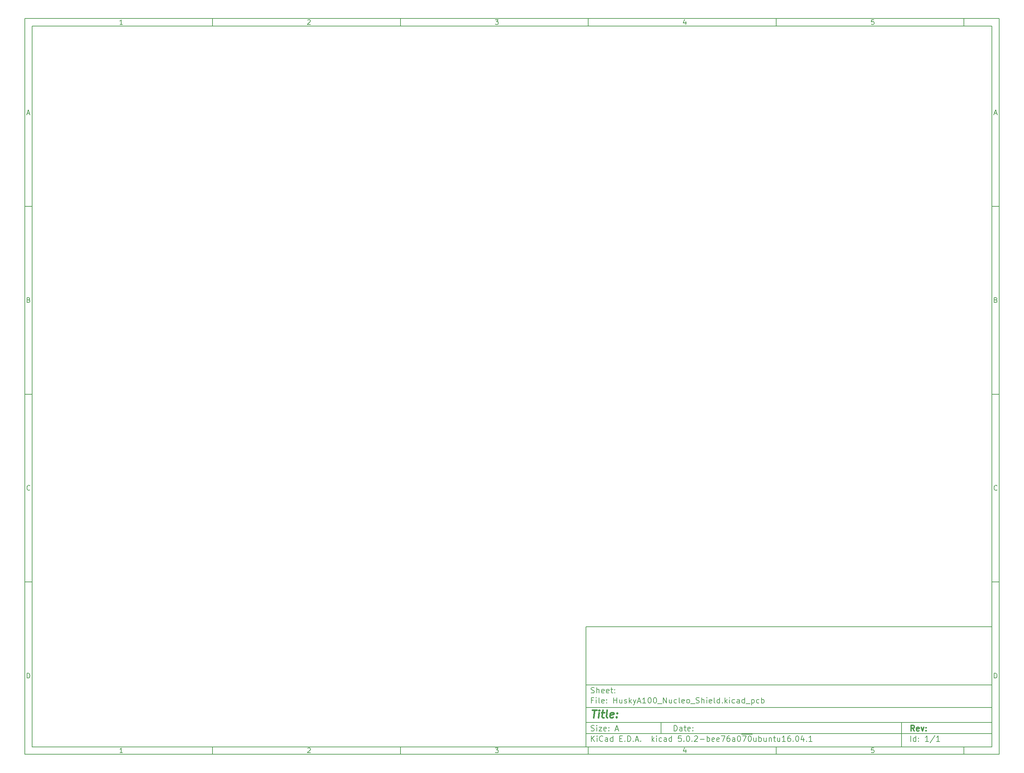
<source format=gbr>
G04 #@! TF.GenerationSoftware,KiCad,Pcbnew,5.0.2-bee76a0~70~ubuntu16.04.1*
G04 #@! TF.CreationDate,2019-02-15T18:52:28-05:00*
G04 #@! TF.ProjectId,HuskyA100_Nucleo_Shield,4875736b-7941-4313-9030-5f4e75636c65,rev?*
G04 #@! TF.SameCoordinates,Original*
G04 #@! TF.FileFunction,Paste,Bot*
G04 #@! TF.FilePolarity,Positive*
%FSLAX46Y46*%
G04 Gerber Fmt 4.6, Leading zero omitted, Abs format (unit mm)*
G04 Created by KiCad (PCBNEW 5.0.2-bee76a0~70~ubuntu16.04.1) date Fri 15 Feb 2019 06:52:28 PM EST*
%MOMM*%
%LPD*%
G01*
G04 APERTURE LIST*
%ADD10C,0.100000*%
%ADD11C,0.150000*%
%ADD12C,0.300000*%
%ADD13C,0.400000*%
G04 APERTURE END LIST*
D10*
D11*
X159400000Y-171900000D02*
X159400000Y-203900000D01*
X267400000Y-203900000D01*
X267400000Y-171900000D01*
X159400000Y-171900000D01*
D10*
D11*
X10000000Y-10000000D02*
X10000000Y-205900000D01*
X269400000Y-205900000D01*
X269400000Y-10000000D01*
X10000000Y-10000000D01*
D10*
D11*
X12000000Y-12000000D02*
X12000000Y-203900000D01*
X267400000Y-203900000D01*
X267400000Y-12000000D01*
X12000000Y-12000000D01*
D10*
D11*
X60000000Y-12000000D02*
X60000000Y-10000000D01*
D10*
D11*
X110000000Y-12000000D02*
X110000000Y-10000000D01*
D10*
D11*
X160000000Y-12000000D02*
X160000000Y-10000000D01*
D10*
D11*
X210000000Y-12000000D02*
X210000000Y-10000000D01*
D10*
D11*
X260000000Y-12000000D02*
X260000000Y-10000000D01*
D10*
D11*
X36065476Y-11588095D02*
X35322619Y-11588095D01*
X35694047Y-11588095D02*
X35694047Y-10288095D01*
X35570238Y-10473809D01*
X35446428Y-10597619D01*
X35322619Y-10659523D01*
D10*
D11*
X85322619Y-10411904D02*
X85384523Y-10350000D01*
X85508333Y-10288095D01*
X85817857Y-10288095D01*
X85941666Y-10350000D01*
X86003571Y-10411904D01*
X86065476Y-10535714D01*
X86065476Y-10659523D01*
X86003571Y-10845238D01*
X85260714Y-11588095D01*
X86065476Y-11588095D01*
D10*
D11*
X135260714Y-10288095D02*
X136065476Y-10288095D01*
X135632142Y-10783333D01*
X135817857Y-10783333D01*
X135941666Y-10845238D01*
X136003571Y-10907142D01*
X136065476Y-11030952D01*
X136065476Y-11340476D01*
X136003571Y-11464285D01*
X135941666Y-11526190D01*
X135817857Y-11588095D01*
X135446428Y-11588095D01*
X135322619Y-11526190D01*
X135260714Y-11464285D01*
D10*
D11*
X185941666Y-10721428D02*
X185941666Y-11588095D01*
X185632142Y-10226190D02*
X185322619Y-11154761D01*
X186127380Y-11154761D01*
D10*
D11*
X236003571Y-10288095D02*
X235384523Y-10288095D01*
X235322619Y-10907142D01*
X235384523Y-10845238D01*
X235508333Y-10783333D01*
X235817857Y-10783333D01*
X235941666Y-10845238D01*
X236003571Y-10907142D01*
X236065476Y-11030952D01*
X236065476Y-11340476D01*
X236003571Y-11464285D01*
X235941666Y-11526190D01*
X235817857Y-11588095D01*
X235508333Y-11588095D01*
X235384523Y-11526190D01*
X235322619Y-11464285D01*
D10*
D11*
X60000000Y-203900000D02*
X60000000Y-205900000D01*
D10*
D11*
X110000000Y-203900000D02*
X110000000Y-205900000D01*
D10*
D11*
X160000000Y-203900000D02*
X160000000Y-205900000D01*
D10*
D11*
X210000000Y-203900000D02*
X210000000Y-205900000D01*
D10*
D11*
X260000000Y-203900000D02*
X260000000Y-205900000D01*
D10*
D11*
X36065476Y-205488095D02*
X35322619Y-205488095D01*
X35694047Y-205488095D02*
X35694047Y-204188095D01*
X35570238Y-204373809D01*
X35446428Y-204497619D01*
X35322619Y-204559523D01*
D10*
D11*
X85322619Y-204311904D02*
X85384523Y-204250000D01*
X85508333Y-204188095D01*
X85817857Y-204188095D01*
X85941666Y-204250000D01*
X86003571Y-204311904D01*
X86065476Y-204435714D01*
X86065476Y-204559523D01*
X86003571Y-204745238D01*
X85260714Y-205488095D01*
X86065476Y-205488095D01*
D10*
D11*
X135260714Y-204188095D02*
X136065476Y-204188095D01*
X135632142Y-204683333D01*
X135817857Y-204683333D01*
X135941666Y-204745238D01*
X136003571Y-204807142D01*
X136065476Y-204930952D01*
X136065476Y-205240476D01*
X136003571Y-205364285D01*
X135941666Y-205426190D01*
X135817857Y-205488095D01*
X135446428Y-205488095D01*
X135322619Y-205426190D01*
X135260714Y-205364285D01*
D10*
D11*
X185941666Y-204621428D02*
X185941666Y-205488095D01*
X185632142Y-204126190D02*
X185322619Y-205054761D01*
X186127380Y-205054761D01*
D10*
D11*
X236003571Y-204188095D02*
X235384523Y-204188095D01*
X235322619Y-204807142D01*
X235384523Y-204745238D01*
X235508333Y-204683333D01*
X235817857Y-204683333D01*
X235941666Y-204745238D01*
X236003571Y-204807142D01*
X236065476Y-204930952D01*
X236065476Y-205240476D01*
X236003571Y-205364285D01*
X235941666Y-205426190D01*
X235817857Y-205488095D01*
X235508333Y-205488095D01*
X235384523Y-205426190D01*
X235322619Y-205364285D01*
D10*
D11*
X10000000Y-60000000D02*
X12000000Y-60000000D01*
D10*
D11*
X10000000Y-110000000D02*
X12000000Y-110000000D01*
D10*
D11*
X10000000Y-160000000D02*
X12000000Y-160000000D01*
D10*
D11*
X10690476Y-35216666D02*
X11309523Y-35216666D01*
X10566666Y-35588095D02*
X11000000Y-34288095D01*
X11433333Y-35588095D01*
D10*
D11*
X11092857Y-84907142D02*
X11278571Y-84969047D01*
X11340476Y-85030952D01*
X11402380Y-85154761D01*
X11402380Y-85340476D01*
X11340476Y-85464285D01*
X11278571Y-85526190D01*
X11154761Y-85588095D01*
X10659523Y-85588095D01*
X10659523Y-84288095D01*
X11092857Y-84288095D01*
X11216666Y-84350000D01*
X11278571Y-84411904D01*
X11340476Y-84535714D01*
X11340476Y-84659523D01*
X11278571Y-84783333D01*
X11216666Y-84845238D01*
X11092857Y-84907142D01*
X10659523Y-84907142D01*
D10*
D11*
X11402380Y-135464285D02*
X11340476Y-135526190D01*
X11154761Y-135588095D01*
X11030952Y-135588095D01*
X10845238Y-135526190D01*
X10721428Y-135402380D01*
X10659523Y-135278571D01*
X10597619Y-135030952D01*
X10597619Y-134845238D01*
X10659523Y-134597619D01*
X10721428Y-134473809D01*
X10845238Y-134350000D01*
X11030952Y-134288095D01*
X11154761Y-134288095D01*
X11340476Y-134350000D01*
X11402380Y-134411904D01*
D10*
D11*
X10659523Y-185588095D02*
X10659523Y-184288095D01*
X10969047Y-184288095D01*
X11154761Y-184350000D01*
X11278571Y-184473809D01*
X11340476Y-184597619D01*
X11402380Y-184845238D01*
X11402380Y-185030952D01*
X11340476Y-185278571D01*
X11278571Y-185402380D01*
X11154761Y-185526190D01*
X10969047Y-185588095D01*
X10659523Y-185588095D01*
D10*
D11*
X269400000Y-60000000D02*
X267400000Y-60000000D01*
D10*
D11*
X269400000Y-110000000D02*
X267400000Y-110000000D01*
D10*
D11*
X269400000Y-160000000D02*
X267400000Y-160000000D01*
D10*
D11*
X268090476Y-35216666D02*
X268709523Y-35216666D01*
X267966666Y-35588095D02*
X268400000Y-34288095D01*
X268833333Y-35588095D01*
D10*
D11*
X268492857Y-84907142D02*
X268678571Y-84969047D01*
X268740476Y-85030952D01*
X268802380Y-85154761D01*
X268802380Y-85340476D01*
X268740476Y-85464285D01*
X268678571Y-85526190D01*
X268554761Y-85588095D01*
X268059523Y-85588095D01*
X268059523Y-84288095D01*
X268492857Y-84288095D01*
X268616666Y-84350000D01*
X268678571Y-84411904D01*
X268740476Y-84535714D01*
X268740476Y-84659523D01*
X268678571Y-84783333D01*
X268616666Y-84845238D01*
X268492857Y-84907142D01*
X268059523Y-84907142D01*
D10*
D11*
X268802380Y-135464285D02*
X268740476Y-135526190D01*
X268554761Y-135588095D01*
X268430952Y-135588095D01*
X268245238Y-135526190D01*
X268121428Y-135402380D01*
X268059523Y-135278571D01*
X267997619Y-135030952D01*
X267997619Y-134845238D01*
X268059523Y-134597619D01*
X268121428Y-134473809D01*
X268245238Y-134350000D01*
X268430952Y-134288095D01*
X268554761Y-134288095D01*
X268740476Y-134350000D01*
X268802380Y-134411904D01*
D10*
D11*
X268059523Y-185588095D02*
X268059523Y-184288095D01*
X268369047Y-184288095D01*
X268554761Y-184350000D01*
X268678571Y-184473809D01*
X268740476Y-184597619D01*
X268802380Y-184845238D01*
X268802380Y-185030952D01*
X268740476Y-185278571D01*
X268678571Y-185402380D01*
X268554761Y-185526190D01*
X268369047Y-185588095D01*
X268059523Y-185588095D01*
D10*
D11*
X182832142Y-199678571D02*
X182832142Y-198178571D01*
X183189285Y-198178571D01*
X183403571Y-198250000D01*
X183546428Y-198392857D01*
X183617857Y-198535714D01*
X183689285Y-198821428D01*
X183689285Y-199035714D01*
X183617857Y-199321428D01*
X183546428Y-199464285D01*
X183403571Y-199607142D01*
X183189285Y-199678571D01*
X182832142Y-199678571D01*
X184975000Y-199678571D02*
X184975000Y-198892857D01*
X184903571Y-198750000D01*
X184760714Y-198678571D01*
X184475000Y-198678571D01*
X184332142Y-198750000D01*
X184975000Y-199607142D02*
X184832142Y-199678571D01*
X184475000Y-199678571D01*
X184332142Y-199607142D01*
X184260714Y-199464285D01*
X184260714Y-199321428D01*
X184332142Y-199178571D01*
X184475000Y-199107142D01*
X184832142Y-199107142D01*
X184975000Y-199035714D01*
X185475000Y-198678571D02*
X186046428Y-198678571D01*
X185689285Y-198178571D02*
X185689285Y-199464285D01*
X185760714Y-199607142D01*
X185903571Y-199678571D01*
X186046428Y-199678571D01*
X187117857Y-199607142D02*
X186975000Y-199678571D01*
X186689285Y-199678571D01*
X186546428Y-199607142D01*
X186475000Y-199464285D01*
X186475000Y-198892857D01*
X186546428Y-198750000D01*
X186689285Y-198678571D01*
X186975000Y-198678571D01*
X187117857Y-198750000D01*
X187189285Y-198892857D01*
X187189285Y-199035714D01*
X186475000Y-199178571D01*
X187832142Y-199535714D02*
X187903571Y-199607142D01*
X187832142Y-199678571D01*
X187760714Y-199607142D01*
X187832142Y-199535714D01*
X187832142Y-199678571D01*
X187832142Y-198750000D02*
X187903571Y-198821428D01*
X187832142Y-198892857D01*
X187760714Y-198821428D01*
X187832142Y-198750000D01*
X187832142Y-198892857D01*
D10*
D11*
X159400000Y-200400000D02*
X267400000Y-200400000D01*
D10*
D11*
X160832142Y-202478571D02*
X160832142Y-200978571D01*
X161689285Y-202478571D02*
X161046428Y-201621428D01*
X161689285Y-200978571D02*
X160832142Y-201835714D01*
X162332142Y-202478571D02*
X162332142Y-201478571D01*
X162332142Y-200978571D02*
X162260714Y-201050000D01*
X162332142Y-201121428D01*
X162403571Y-201050000D01*
X162332142Y-200978571D01*
X162332142Y-201121428D01*
X163903571Y-202335714D02*
X163832142Y-202407142D01*
X163617857Y-202478571D01*
X163475000Y-202478571D01*
X163260714Y-202407142D01*
X163117857Y-202264285D01*
X163046428Y-202121428D01*
X162975000Y-201835714D01*
X162975000Y-201621428D01*
X163046428Y-201335714D01*
X163117857Y-201192857D01*
X163260714Y-201050000D01*
X163475000Y-200978571D01*
X163617857Y-200978571D01*
X163832142Y-201050000D01*
X163903571Y-201121428D01*
X165189285Y-202478571D02*
X165189285Y-201692857D01*
X165117857Y-201550000D01*
X164975000Y-201478571D01*
X164689285Y-201478571D01*
X164546428Y-201550000D01*
X165189285Y-202407142D02*
X165046428Y-202478571D01*
X164689285Y-202478571D01*
X164546428Y-202407142D01*
X164475000Y-202264285D01*
X164475000Y-202121428D01*
X164546428Y-201978571D01*
X164689285Y-201907142D01*
X165046428Y-201907142D01*
X165189285Y-201835714D01*
X166546428Y-202478571D02*
X166546428Y-200978571D01*
X166546428Y-202407142D02*
X166403571Y-202478571D01*
X166117857Y-202478571D01*
X165975000Y-202407142D01*
X165903571Y-202335714D01*
X165832142Y-202192857D01*
X165832142Y-201764285D01*
X165903571Y-201621428D01*
X165975000Y-201550000D01*
X166117857Y-201478571D01*
X166403571Y-201478571D01*
X166546428Y-201550000D01*
X168403571Y-201692857D02*
X168903571Y-201692857D01*
X169117857Y-202478571D02*
X168403571Y-202478571D01*
X168403571Y-200978571D01*
X169117857Y-200978571D01*
X169760714Y-202335714D02*
X169832142Y-202407142D01*
X169760714Y-202478571D01*
X169689285Y-202407142D01*
X169760714Y-202335714D01*
X169760714Y-202478571D01*
X170475000Y-202478571D02*
X170475000Y-200978571D01*
X170832142Y-200978571D01*
X171046428Y-201050000D01*
X171189285Y-201192857D01*
X171260714Y-201335714D01*
X171332142Y-201621428D01*
X171332142Y-201835714D01*
X171260714Y-202121428D01*
X171189285Y-202264285D01*
X171046428Y-202407142D01*
X170832142Y-202478571D01*
X170475000Y-202478571D01*
X171975000Y-202335714D02*
X172046428Y-202407142D01*
X171975000Y-202478571D01*
X171903571Y-202407142D01*
X171975000Y-202335714D01*
X171975000Y-202478571D01*
X172617857Y-202050000D02*
X173332142Y-202050000D01*
X172475000Y-202478571D02*
X172975000Y-200978571D01*
X173475000Y-202478571D01*
X173975000Y-202335714D02*
X174046428Y-202407142D01*
X173975000Y-202478571D01*
X173903571Y-202407142D01*
X173975000Y-202335714D01*
X173975000Y-202478571D01*
X176975000Y-202478571D02*
X176975000Y-200978571D01*
X177117857Y-201907142D02*
X177546428Y-202478571D01*
X177546428Y-201478571D02*
X176975000Y-202050000D01*
X178189285Y-202478571D02*
X178189285Y-201478571D01*
X178189285Y-200978571D02*
X178117857Y-201050000D01*
X178189285Y-201121428D01*
X178260714Y-201050000D01*
X178189285Y-200978571D01*
X178189285Y-201121428D01*
X179546428Y-202407142D02*
X179403571Y-202478571D01*
X179117857Y-202478571D01*
X178975000Y-202407142D01*
X178903571Y-202335714D01*
X178832142Y-202192857D01*
X178832142Y-201764285D01*
X178903571Y-201621428D01*
X178975000Y-201550000D01*
X179117857Y-201478571D01*
X179403571Y-201478571D01*
X179546428Y-201550000D01*
X180832142Y-202478571D02*
X180832142Y-201692857D01*
X180760714Y-201550000D01*
X180617857Y-201478571D01*
X180332142Y-201478571D01*
X180189285Y-201550000D01*
X180832142Y-202407142D02*
X180689285Y-202478571D01*
X180332142Y-202478571D01*
X180189285Y-202407142D01*
X180117857Y-202264285D01*
X180117857Y-202121428D01*
X180189285Y-201978571D01*
X180332142Y-201907142D01*
X180689285Y-201907142D01*
X180832142Y-201835714D01*
X182189285Y-202478571D02*
X182189285Y-200978571D01*
X182189285Y-202407142D02*
X182046428Y-202478571D01*
X181760714Y-202478571D01*
X181617857Y-202407142D01*
X181546428Y-202335714D01*
X181475000Y-202192857D01*
X181475000Y-201764285D01*
X181546428Y-201621428D01*
X181617857Y-201550000D01*
X181760714Y-201478571D01*
X182046428Y-201478571D01*
X182189285Y-201550000D01*
X184760714Y-200978571D02*
X184046428Y-200978571D01*
X183975000Y-201692857D01*
X184046428Y-201621428D01*
X184189285Y-201550000D01*
X184546428Y-201550000D01*
X184689285Y-201621428D01*
X184760714Y-201692857D01*
X184832142Y-201835714D01*
X184832142Y-202192857D01*
X184760714Y-202335714D01*
X184689285Y-202407142D01*
X184546428Y-202478571D01*
X184189285Y-202478571D01*
X184046428Y-202407142D01*
X183975000Y-202335714D01*
X185475000Y-202335714D02*
X185546428Y-202407142D01*
X185475000Y-202478571D01*
X185403571Y-202407142D01*
X185475000Y-202335714D01*
X185475000Y-202478571D01*
X186475000Y-200978571D02*
X186617857Y-200978571D01*
X186760714Y-201050000D01*
X186832142Y-201121428D01*
X186903571Y-201264285D01*
X186975000Y-201550000D01*
X186975000Y-201907142D01*
X186903571Y-202192857D01*
X186832142Y-202335714D01*
X186760714Y-202407142D01*
X186617857Y-202478571D01*
X186475000Y-202478571D01*
X186332142Y-202407142D01*
X186260714Y-202335714D01*
X186189285Y-202192857D01*
X186117857Y-201907142D01*
X186117857Y-201550000D01*
X186189285Y-201264285D01*
X186260714Y-201121428D01*
X186332142Y-201050000D01*
X186475000Y-200978571D01*
X187617857Y-202335714D02*
X187689285Y-202407142D01*
X187617857Y-202478571D01*
X187546428Y-202407142D01*
X187617857Y-202335714D01*
X187617857Y-202478571D01*
X188260714Y-201121428D02*
X188332142Y-201050000D01*
X188475000Y-200978571D01*
X188832142Y-200978571D01*
X188975000Y-201050000D01*
X189046428Y-201121428D01*
X189117857Y-201264285D01*
X189117857Y-201407142D01*
X189046428Y-201621428D01*
X188189285Y-202478571D01*
X189117857Y-202478571D01*
X189760714Y-201907142D02*
X190903571Y-201907142D01*
X191617857Y-202478571D02*
X191617857Y-200978571D01*
X191617857Y-201550000D02*
X191760714Y-201478571D01*
X192046428Y-201478571D01*
X192189285Y-201550000D01*
X192260714Y-201621428D01*
X192332142Y-201764285D01*
X192332142Y-202192857D01*
X192260714Y-202335714D01*
X192189285Y-202407142D01*
X192046428Y-202478571D01*
X191760714Y-202478571D01*
X191617857Y-202407142D01*
X193546428Y-202407142D02*
X193403571Y-202478571D01*
X193117857Y-202478571D01*
X192975000Y-202407142D01*
X192903571Y-202264285D01*
X192903571Y-201692857D01*
X192975000Y-201550000D01*
X193117857Y-201478571D01*
X193403571Y-201478571D01*
X193546428Y-201550000D01*
X193617857Y-201692857D01*
X193617857Y-201835714D01*
X192903571Y-201978571D01*
X194832142Y-202407142D02*
X194689285Y-202478571D01*
X194403571Y-202478571D01*
X194260714Y-202407142D01*
X194189285Y-202264285D01*
X194189285Y-201692857D01*
X194260714Y-201550000D01*
X194403571Y-201478571D01*
X194689285Y-201478571D01*
X194832142Y-201550000D01*
X194903571Y-201692857D01*
X194903571Y-201835714D01*
X194189285Y-201978571D01*
X195403571Y-200978571D02*
X196403571Y-200978571D01*
X195760714Y-202478571D01*
X197617857Y-200978571D02*
X197332142Y-200978571D01*
X197189285Y-201050000D01*
X197117857Y-201121428D01*
X196975000Y-201335714D01*
X196903571Y-201621428D01*
X196903571Y-202192857D01*
X196975000Y-202335714D01*
X197046428Y-202407142D01*
X197189285Y-202478571D01*
X197475000Y-202478571D01*
X197617857Y-202407142D01*
X197689285Y-202335714D01*
X197760714Y-202192857D01*
X197760714Y-201835714D01*
X197689285Y-201692857D01*
X197617857Y-201621428D01*
X197475000Y-201550000D01*
X197189285Y-201550000D01*
X197046428Y-201621428D01*
X196975000Y-201692857D01*
X196903571Y-201835714D01*
X199046428Y-202478571D02*
X199046428Y-201692857D01*
X198975000Y-201550000D01*
X198832142Y-201478571D01*
X198546428Y-201478571D01*
X198403571Y-201550000D01*
X199046428Y-202407142D02*
X198903571Y-202478571D01*
X198546428Y-202478571D01*
X198403571Y-202407142D01*
X198332142Y-202264285D01*
X198332142Y-202121428D01*
X198403571Y-201978571D01*
X198546428Y-201907142D01*
X198903571Y-201907142D01*
X199046428Y-201835714D01*
X200046428Y-200978571D02*
X200189285Y-200978571D01*
X200332142Y-201050000D01*
X200403571Y-201121428D01*
X200475000Y-201264285D01*
X200546428Y-201550000D01*
X200546428Y-201907142D01*
X200475000Y-202192857D01*
X200403571Y-202335714D01*
X200332142Y-202407142D01*
X200189285Y-202478571D01*
X200046428Y-202478571D01*
X199903571Y-202407142D01*
X199832142Y-202335714D01*
X199760714Y-202192857D01*
X199689285Y-201907142D01*
X199689285Y-201550000D01*
X199760714Y-201264285D01*
X199832142Y-201121428D01*
X199903571Y-201050000D01*
X200046428Y-200978571D01*
X200832142Y-200570000D02*
X202260714Y-200570000D01*
X201046428Y-200978571D02*
X202046428Y-200978571D01*
X201403571Y-202478571D01*
X202260714Y-200570000D02*
X203689285Y-200570000D01*
X202903571Y-200978571D02*
X203046428Y-200978571D01*
X203189285Y-201050000D01*
X203260714Y-201121428D01*
X203332142Y-201264285D01*
X203403571Y-201550000D01*
X203403571Y-201907142D01*
X203332142Y-202192857D01*
X203260714Y-202335714D01*
X203189285Y-202407142D01*
X203046428Y-202478571D01*
X202903571Y-202478571D01*
X202760714Y-202407142D01*
X202689285Y-202335714D01*
X202617857Y-202192857D01*
X202546428Y-201907142D01*
X202546428Y-201550000D01*
X202617857Y-201264285D01*
X202689285Y-201121428D01*
X202760714Y-201050000D01*
X202903571Y-200978571D01*
X204689285Y-201478571D02*
X204689285Y-202478571D01*
X204046428Y-201478571D02*
X204046428Y-202264285D01*
X204117857Y-202407142D01*
X204260714Y-202478571D01*
X204475000Y-202478571D01*
X204617857Y-202407142D01*
X204689285Y-202335714D01*
X205403571Y-202478571D02*
X205403571Y-200978571D01*
X205403571Y-201550000D02*
X205546428Y-201478571D01*
X205832142Y-201478571D01*
X205975000Y-201550000D01*
X206046428Y-201621428D01*
X206117857Y-201764285D01*
X206117857Y-202192857D01*
X206046428Y-202335714D01*
X205975000Y-202407142D01*
X205832142Y-202478571D01*
X205546428Y-202478571D01*
X205403571Y-202407142D01*
X207403571Y-201478571D02*
X207403571Y-202478571D01*
X206760714Y-201478571D02*
X206760714Y-202264285D01*
X206832142Y-202407142D01*
X206975000Y-202478571D01*
X207189285Y-202478571D01*
X207332142Y-202407142D01*
X207403571Y-202335714D01*
X208117857Y-201478571D02*
X208117857Y-202478571D01*
X208117857Y-201621428D02*
X208189285Y-201550000D01*
X208332142Y-201478571D01*
X208546428Y-201478571D01*
X208689285Y-201550000D01*
X208760714Y-201692857D01*
X208760714Y-202478571D01*
X209260714Y-201478571D02*
X209832142Y-201478571D01*
X209475000Y-200978571D02*
X209475000Y-202264285D01*
X209546428Y-202407142D01*
X209689285Y-202478571D01*
X209832142Y-202478571D01*
X210975000Y-201478571D02*
X210975000Y-202478571D01*
X210332142Y-201478571D02*
X210332142Y-202264285D01*
X210403571Y-202407142D01*
X210546428Y-202478571D01*
X210760714Y-202478571D01*
X210903571Y-202407142D01*
X210975000Y-202335714D01*
X212475000Y-202478571D02*
X211617857Y-202478571D01*
X212046428Y-202478571D02*
X212046428Y-200978571D01*
X211903571Y-201192857D01*
X211760714Y-201335714D01*
X211617857Y-201407142D01*
X213760714Y-200978571D02*
X213475000Y-200978571D01*
X213332142Y-201050000D01*
X213260714Y-201121428D01*
X213117857Y-201335714D01*
X213046428Y-201621428D01*
X213046428Y-202192857D01*
X213117857Y-202335714D01*
X213189285Y-202407142D01*
X213332142Y-202478571D01*
X213617857Y-202478571D01*
X213760714Y-202407142D01*
X213832142Y-202335714D01*
X213903571Y-202192857D01*
X213903571Y-201835714D01*
X213832142Y-201692857D01*
X213760714Y-201621428D01*
X213617857Y-201550000D01*
X213332142Y-201550000D01*
X213189285Y-201621428D01*
X213117857Y-201692857D01*
X213046428Y-201835714D01*
X214546428Y-202335714D02*
X214617857Y-202407142D01*
X214546428Y-202478571D01*
X214475000Y-202407142D01*
X214546428Y-202335714D01*
X214546428Y-202478571D01*
X215546428Y-200978571D02*
X215689285Y-200978571D01*
X215832142Y-201050000D01*
X215903571Y-201121428D01*
X215975000Y-201264285D01*
X216046428Y-201550000D01*
X216046428Y-201907142D01*
X215975000Y-202192857D01*
X215903571Y-202335714D01*
X215832142Y-202407142D01*
X215689285Y-202478571D01*
X215546428Y-202478571D01*
X215403571Y-202407142D01*
X215332142Y-202335714D01*
X215260714Y-202192857D01*
X215189285Y-201907142D01*
X215189285Y-201550000D01*
X215260714Y-201264285D01*
X215332142Y-201121428D01*
X215403571Y-201050000D01*
X215546428Y-200978571D01*
X217332142Y-201478571D02*
X217332142Y-202478571D01*
X216975000Y-200907142D02*
X216617857Y-201978571D01*
X217546428Y-201978571D01*
X218117857Y-202335714D02*
X218189285Y-202407142D01*
X218117857Y-202478571D01*
X218046428Y-202407142D01*
X218117857Y-202335714D01*
X218117857Y-202478571D01*
X219617857Y-202478571D02*
X218760714Y-202478571D01*
X219189285Y-202478571D02*
X219189285Y-200978571D01*
X219046428Y-201192857D01*
X218903571Y-201335714D01*
X218760714Y-201407142D01*
D10*
D11*
X159400000Y-197400000D02*
X267400000Y-197400000D01*
D10*
D12*
X246809285Y-199678571D02*
X246309285Y-198964285D01*
X245952142Y-199678571D02*
X245952142Y-198178571D01*
X246523571Y-198178571D01*
X246666428Y-198250000D01*
X246737857Y-198321428D01*
X246809285Y-198464285D01*
X246809285Y-198678571D01*
X246737857Y-198821428D01*
X246666428Y-198892857D01*
X246523571Y-198964285D01*
X245952142Y-198964285D01*
X248023571Y-199607142D02*
X247880714Y-199678571D01*
X247595000Y-199678571D01*
X247452142Y-199607142D01*
X247380714Y-199464285D01*
X247380714Y-198892857D01*
X247452142Y-198750000D01*
X247595000Y-198678571D01*
X247880714Y-198678571D01*
X248023571Y-198750000D01*
X248095000Y-198892857D01*
X248095000Y-199035714D01*
X247380714Y-199178571D01*
X248595000Y-198678571D02*
X248952142Y-199678571D01*
X249309285Y-198678571D01*
X249880714Y-199535714D02*
X249952142Y-199607142D01*
X249880714Y-199678571D01*
X249809285Y-199607142D01*
X249880714Y-199535714D01*
X249880714Y-199678571D01*
X249880714Y-198750000D02*
X249952142Y-198821428D01*
X249880714Y-198892857D01*
X249809285Y-198821428D01*
X249880714Y-198750000D01*
X249880714Y-198892857D01*
D10*
D11*
X160760714Y-199607142D02*
X160975000Y-199678571D01*
X161332142Y-199678571D01*
X161475000Y-199607142D01*
X161546428Y-199535714D01*
X161617857Y-199392857D01*
X161617857Y-199250000D01*
X161546428Y-199107142D01*
X161475000Y-199035714D01*
X161332142Y-198964285D01*
X161046428Y-198892857D01*
X160903571Y-198821428D01*
X160832142Y-198750000D01*
X160760714Y-198607142D01*
X160760714Y-198464285D01*
X160832142Y-198321428D01*
X160903571Y-198250000D01*
X161046428Y-198178571D01*
X161403571Y-198178571D01*
X161617857Y-198250000D01*
X162260714Y-199678571D02*
X162260714Y-198678571D01*
X162260714Y-198178571D02*
X162189285Y-198250000D01*
X162260714Y-198321428D01*
X162332142Y-198250000D01*
X162260714Y-198178571D01*
X162260714Y-198321428D01*
X162832142Y-198678571D02*
X163617857Y-198678571D01*
X162832142Y-199678571D01*
X163617857Y-199678571D01*
X164760714Y-199607142D02*
X164617857Y-199678571D01*
X164332142Y-199678571D01*
X164189285Y-199607142D01*
X164117857Y-199464285D01*
X164117857Y-198892857D01*
X164189285Y-198750000D01*
X164332142Y-198678571D01*
X164617857Y-198678571D01*
X164760714Y-198750000D01*
X164832142Y-198892857D01*
X164832142Y-199035714D01*
X164117857Y-199178571D01*
X165475000Y-199535714D02*
X165546428Y-199607142D01*
X165475000Y-199678571D01*
X165403571Y-199607142D01*
X165475000Y-199535714D01*
X165475000Y-199678571D01*
X165475000Y-198750000D02*
X165546428Y-198821428D01*
X165475000Y-198892857D01*
X165403571Y-198821428D01*
X165475000Y-198750000D01*
X165475000Y-198892857D01*
X167260714Y-199250000D02*
X167975000Y-199250000D01*
X167117857Y-199678571D02*
X167617857Y-198178571D01*
X168117857Y-199678571D01*
D10*
D11*
X245832142Y-202478571D02*
X245832142Y-200978571D01*
X247189285Y-202478571D02*
X247189285Y-200978571D01*
X247189285Y-202407142D02*
X247046428Y-202478571D01*
X246760714Y-202478571D01*
X246617857Y-202407142D01*
X246546428Y-202335714D01*
X246475000Y-202192857D01*
X246475000Y-201764285D01*
X246546428Y-201621428D01*
X246617857Y-201550000D01*
X246760714Y-201478571D01*
X247046428Y-201478571D01*
X247189285Y-201550000D01*
X247903571Y-202335714D02*
X247975000Y-202407142D01*
X247903571Y-202478571D01*
X247832142Y-202407142D01*
X247903571Y-202335714D01*
X247903571Y-202478571D01*
X247903571Y-201550000D02*
X247975000Y-201621428D01*
X247903571Y-201692857D01*
X247832142Y-201621428D01*
X247903571Y-201550000D01*
X247903571Y-201692857D01*
X250546428Y-202478571D02*
X249689285Y-202478571D01*
X250117857Y-202478571D02*
X250117857Y-200978571D01*
X249975000Y-201192857D01*
X249832142Y-201335714D01*
X249689285Y-201407142D01*
X252260714Y-200907142D02*
X250975000Y-202835714D01*
X253546428Y-202478571D02*
X252689285Y-202478571D01*
X253117857Y-202478571D02*
X253117857Y-200978571D01*
X252975000Y-201192857D01*
X252832142Y-201335714D01*
X252689285Y-201407142D01*
D10*
D11*
X159400000Y-193400000D02*
X267400000Y-193400000D01*
D10*
D13*
X161112380Y-194104761D02*
X162255238Y-194104761D01*
X161433809Y-196104761D02*
X161683809Y-194104761D01*
X162671904Y-196104761D02*
X162838571Y-194771428D01*
X162921904Y-194104761D02*
X162814761Y-194200000D01*
X162898095Y-194295238D01*
X163005238Y-194200000D01*
X162921904Y-194104761D01*
X162898095Y-194295238D01*
X163505238Y-194771428D02*
X164267142Y-194771428D01*
X163874285Y-194104761D02*
X163660000Y-195819047D01*
X163731428Y-196009523D01*
X163910000Y-196104761D01*
X164100476Y-196104761D01*
X165052857Y-196104761D02*
X164874285Y-196009523D01*
X164802857Y-195819047D01*
X165017142Y-194104761D01*
X166588571Y-196009523D02*
X166386190Y-196104761D01*
X166005238Y-196104761D01*
X165826666Y-196009523D01*
X165755238Y-195819047D01*
X165850476Y-195057142D01*
X165969523Y-194866666D01*
X166171904Y-194771428D01*
X166552857Y-194771428D01*
X166731428Y-194866666D01*
X166802857Y-195057142D01*
X166779047Y-195247619D01*
X165802857Y-195438095D01*
X167552857Y-195914285D02*
X167636190Y-196009523D01*
X167529047Y-196104761D01*
X167445714Y-196009523D01*
X167552857Y-195914285D01*
X167529047Y-196104761D01*
X167683809Y-194866666D02*
X167767142Y-194961904D01*
X167660000Y-195057142D01*
X167576666Y-194961904D01*
X167683809Y-194866666D01*
X167660000Y-195057142D01*
D10*
D11*
X161332142Y-191492857D02*
X160832142Y-191492857D01*
X160832142Y-192278571D02*
X160832142Y-190778571D01*
X161546428Y-190778571D01*
X162117857Y-192278571D02*
X162117857Y-191278571D01*
X162117857Y-190778571D02*
X162046428Y-190850000D01*
X162117857Y-190921428D01*
X162189285Y-190850000D01*
X162117857Y-190778571D01*
X162117857Y-190921428D01*
X163046428Y-192278571D02*
X162903571Y-192207142D01*
X162832142Y-192064285D01*
X162832142Y-190778571D01*
X164189285Y-192207142D02*
X164046428Y-192278571D01*
X163760714Y-192278571D01*
X163617857Y-192207142D01*
X163546428Y-192064285D01*
X163546428Y-191492857D01*
X163617857Y-191350000D01*
X163760714Y-191278571D01*
X164046428Y-191278571D01*
X164189285Y-191350000D01*
X164260714Y-191492857D01*
X164260714Y-191635714D01*
X163546428Y-191778571D01*
X164903571Y-192135714D02*
X164975000Y-192207142D01*
X164903571Y-192278571D01*
X164832142Y-192207142D01*
X164903571Y-192135714D01*
X164903571Y-192278571D01*
X164903571Y-191350000D02*
X164975000Y-191421428D01*
X164903571Y-191492857D01*
X164832142Y-191421428D01*
X164903571Y-191350000D01*
X164903571Y-191492857D01*
X166760714Y-192278571D02*
X166760714Y-190778571D01*
X166760714Y-191492857D02*
X167617857Y-191492857D01*
X167617857Y-192278571D02*
X167617857Y-190778571D01*
X168975000Y-191278571D02*
X168975000Y-192278571D01*
X168332142Y-191278571D02*
X168332142Y-192064285D01*
X168403571Y-192207142D01*
X168546428Y-192278571D01*
X168760714Y-192278571D01*
X168903571Y-192207142D01*
X168975000Y-192135714D01*
X169617857Y-192207142D02*
X169760714Y-192278571D01*
X170046428Y-192278571D01*
X170189285Y-192207142D01*
X170260714Y-192064285D01*
X170260714Y-191992857D01*
X170189285Y-191850000D01*
X170046428Y-191778571D01*
X169832142Y-191778571D01*
X169689285Y-191707142D01*
X169617857Y-191564285D01*
X169617857Y-191492857D01*
X169689285Y-191350000D01*
X169832142Y-191278571D01*
X170046428Y-191278571D01*
X170189285Y-191350000D01*
X170903571Y-192278571D02*
X170903571Y-190778571D01*
X171046428Y-191707142D02*
X171475000Y-192278571D01*
X171475000Y-191278571D02*
X170903571Y-191850000D01*
X171975000Y-191278571D02*
X172332142Y-192278571D01*
X172689285Y-191278571D02*
X172332142Y-192278571D01*
X172189285Y-192635714D01*
X172117857Y-192707142D01*
X171975000Y-192778571D01*
X173189285Y-191850000D02*
X173903571Y-191850000D01*
X173046428Y-192278571D02*
X173546428Y-190778571D01*
X174046428Y-192278571D01*
X175332142Y-192278571D02*
X174475000Y-192278571D01*
X174903571Y-192278571D02*
X174903571Y-190778571D01*
X174760714Y-190992857D01*
X174617857Y-191135714D01*
X174475000Y-191207142D01*
X176260714Y-190778571D02*
X176403571Y-190778571D01*
X176546428Y-190850000D01*
X176617857Y-190921428D01*
X176689285Y-191064285D01*
X176760714Y-191350000D01*
X176760714Y-191707142D01*
X176689285Y-191992857D01*
X176617857Y-192135714D01*
X176546428Y-192207142D01*
X176403571Y-192278571D01*
X176260714Y-192278571D01*
X176117857Y-192207142D01*
X176046428Y-192135714D01*
X175975000Y-191992857D01*
X175903571Y-191707142D01*
X175903571Y-191350000D01*
X175975000Y-191064285D01*
X176046428Y-190921428D01*
X176117857Y-190850000D01*
X176260714Y-190778571D01*
X177689285Y-190778571D02*
X177832142Y-190778571D01*
X177975000Y-190850000D01*
X178046428Y-190921428D01*
X178117857Y-191064285D01*
X178189285Y-191350000D01*
X178189285Y-191707142D01*
X178117857Y-191992857D01*
X178046428Y-192135714D01*
X177975000Y-192207142D01*
X177832142Y-192278571D01*
X177689285Y-192278571D01*
X177546428Y-192207142D01*
X177475000Y-192135714D01*
X177403571Y-191992857D01*
X177332142Y-191707142D01*
X177332142Y-191350000D01*
X177403571Y-191064285D01*
X177475000Y-190921428D01*
X177546428Y-190850000D01*
X177689285Y-190778571D01*
X178475000Y-192421428D02*
X179617857Y-192421428D01*
X179975000Y-192278571D02*
X179975000Y-190778571D01*
X180832142Y-192278571D01*
X180832142Y-190778571D01*
X182189285Y-191278571D02*
X182189285Y-192278571D01*
X181546428Y-191278571D02*
X181546428Y-192064285D01*
X181617857Y-192207142D01*
X181760714Y-192278571D01*
X181975000Y-192278571D01*
X182117857Y-192207142D01*
X182189285Y-192135714D01*
X183546428Y-192207142D02*
X183403571Y-192278571D01*
X183117857Y-192278571D01*
X182975000Y-192207142D01*
X182903571Y-192135714D01*
X182832142Y-191992857D01*
X182832142Y-191564285D01*
X182903571Y-191421428D01*
X182975000Y-191350000D01*
X183117857Y-191278571D01*
X183403571Y-191278571D01*
X183546428Y-191350000D01*
X184403571Y-192278571D02*
X184260714Y-192207142D01*
X184189285Y-192064285D01*
X184189285Y-190778571D01*
X185546428Y-192207142D02*
X185403571Y-192278571D01*
X185117857Y-192278571D01*
X184975000Y-192207142D01*
X184903571Y-192064285D01*
X184903571Y-191492857D01*
X184975000Y-191350000D01*
X185117857Y-191278571D01*
X185403571Y-191278571D01*
X185546428Y-191350000D01*
X185617857Y-191492857D01*
X185617857Y-191635714D01*
X184903571Y-191778571D01*
X186475000Y-192278571D02*
X186332142Y-192207142D01*
X186260714Y-192135714D01*
X186189285Y-191992857D01*
X186189285Y-191564285D01*
X186260714Y-191421428D01*
X186332142Y-191350000D01*
X186475000Y-191278571D01*
X186689285Y-191278571D01*
X186832142Y-191350000D01*
X186903571Y-191421428D01*
X186975000Y-191564285D01*
X186975000Y-191992857D01*
X186903571Y-192135714D01*
X186832142Y-192207142D01*
X186689285Y-192278571D01*
X186475000Y-192278571D01*
X187260714Y-192421428D02*
X188403571Y-192421428D01*
X188689285Y-192207142D02*
X188903571Y-192278571D01*
X189260714Y-192278571D01*
X189403571Y-192207142D01*
X189475000Y-192135714D01*
X189546428Y-191992857D01*
X189546428Y-191850000D01*
X189475000Y-191707142D01*
X189403571Y-191635714D01*
X189260714Y-191564285D01*
X188975000Y-191492857D01*
X188832142Y-191421428D01*
X188760714Y-191350000D01*
X188689285Y-191207142D01*
X188689285Y-191064285D01*
X188760714Y-190921428D01*
X188832142Y-190850000D01*
X188975000Y-190778571D01*
X189332142Y-190778571D01*
X189546428Y-190850000D01*
X190189285Y-192278571D02*
X190189285Y-190778571D01*
X190832142Y-192278571D02*
X190832142Y-191492857D01*
X190760714Y-191350000D01*
X190617857Y-191278571D01*
X190403571Y-191278571D01*
X190260714Y-191350000D01*
X190189285Y-191421428D01*
X191546428Y-192278571D02*
X191546428Y-191278571D01*
X191546428Y-190778571D02*
X191475000Y-190850000D01*
X191546428Y-190921428D01*
X191617857Y-190850000D01*
X191546428Y-190778571D01*
X191546428Y-190921428D01*
X192832142Y-192207142D02*
X192689285Y-192278571D01*
X192403571Y-192278571D01*
X192260714Y-192207142D01*
X192189285Y-192064285D01*
X192189285Y-191492857D01*
X192260714Y-191350000D01*
X192403571Y-191278571D01*
X192689285Y-191278571D01*
X192832142Y-191350000D01*
X192903571Y-191492857D01*
X192903571Y-191635714D01*
X192189285Y-191778571D01*
X193760714Y-192278571D02*
X193617857Y-192207142D01*
X193546428Y-192064285D01*
X193546428Y-190778571D01*
X194975000Y-192278571D02*
X194975000Y-190778571D01*
X194975000Y-192207142D02*
X194832142Y-192278571D01*
X194546428Y-192278571D01*
X194403571Y-192207142D01*
X194332142Y-192135714D01*
X194260714Y-191992857D01*
X194260714Y-191564285D01*
X194332142Y-191421428D01*
X194403571Y-191350000D01*
X194546428Y-191278571D01*
X194832142Y-191278571D01*
X194975000Y-191350000D01*
X195689285Y-192135714D02*
X195760714Y-192207142D01*
X195689285Y-192278571D01*
X195617857Y-192207142D01*
X195689285Y-192135714D01*
X195689285Y-192278571D01*
X196403571Y-192278571D02*
X196403571Y-190778571D01*
X196546428Y-191707142D02*
X196975000Y-192278571D01*
X196975000Y-191278571D02*
X196403571Y-191850000D01*
X197617857Y-192278571D02*
X197617857Y-191278571D01*
X197617857Y-190778571D02*
X197546428Y-190850000D01*
X197617857Y-190921428D01*
X197689285Y-190850000D01*
X197617857Y-190778571D01*
X197617857Y-190921428D01*
X198975000Y-192207142D02*
X198832142Y-192278571D01*
X198546428Y-192278571D01*
X198403571Y-192207142D01*
X198332142Y-192135714D01*
X198260714Y-191992857D01*
X198260714Y-191564285D01*
X198332142Y-191421428D01*
X198403571Y-191350000D01*
X198546428Y-191278571D01*
X198832142Y-191278571D01*
X198975000Y-191350000D01*
X200260714Y-192278571D02*
X200260714Y-191492857D01*
X200189285Y-191350000D01*
X200046428Y-191278571D01*
X199760714Y-191278571D01*
X199617857Y-191350000D01*
X200260714Y-192207142D02*
X200117857Y-192278571D01*
X199760714Y-192278571D01*
X199617857Y-192207142D01*
X199546428Y-192064285D01*
X199546428Y-191921428D01*
X199617857Y-191778571D01*
X199760714Y-191707142D01*
X200117857Y-191707142D01*
X200260714Y-191635714D01*
X201617857Y-192278571D02*
X201617857Y-190778571D01*
X201617857Y-192207142D02*
X201475000Y-192278571D01*
X201189285Y-192278571D01*
X201046428Y-192207142D01*
X200975000Y-192135714D01*
X200903571Y-191992857D01*
X200903571Y-191564285D01*
X200975000Y-191421428D01*
X201046428Y-191350000D01*
X201189285Y-191278571D01*
X201475000Y-191278571D01*
X201617857Y-191350000D01*
X201975000Y-192421428D02*
X203117857Y-192421428D01*
X203475000Y-191278571D02*
X203475000Y-192778571D01*
X203475000Y-191350000D02*
X203617857Y-191278571D01*
X203903571Y-191278571D01*
X204046428Y-191350000D01*
X204117857Y-191421428D01*
X204189285Y-191564285D01*
X204189285Y-191992857D01*
X204117857Y-192135714D01*
X204046428Y-192207142D01*
X203903571Y-192278571D01*
X203617857Y-192278571D01*
X203475000Y-192207142D01*
X205475000Y-192207142D02*
X205332142Y-192278571D01*
X205046428Y-192278571D01*
X204903571Y-192207142D01*
X204832142Y-192135714D01*
X204760714Y-191992857D01*
X204760714Y-191564285D01*
X204832142Y-191421428D01*
X204903571Y-191350000D01*
X205046428Y-191278571D01*
X205332142Y-191278571D01*
X205475000Y-191350000D01*
X206117857Y-192278571D02*
X206117857Y-190778571D01*
X206117857Y-191350000D02*
X206260714Y-191278571D01*
X206546428Y-191278571D01*
X206689285Y-191350000D01*
X206760714Y-191421428D01*
X206832142Y-191564285D01*
X206832142Y-191992857D01*
X206760714Y-192135714D01*
X206689285Y-192207142D01*
X206546428Y-192278571D01*
X206260714Y-192278571D01*
X206117857Y-192207142D01*
D10*
D11*
X159400000Y-187400000D02*
X267400000Y-187400000D01*
D10*
D11*
X160760714Y-189507142D02*
X160975000Y-189578571D01*
X161332142Y-189578571D01*
X161475000Y-189507142D01*
X161546428Y-189435714D01*
X161617857Y-189292857D01*
X161617857Y-189150000D01*
X161546428Y-189007142D01*
X161475000Y-188935714D01*
X161332142Y-188864285D01*
X161046428Y-188792857D01*
X160903571Y-188721428D01*
X160832142Y-188650000D01*
X160760714Y-188507142D01*
X160760714Y-188364285D01*
X160832142Y-188221428D01*
X160903571Y-188150000D01*
X161046428Y-188078571D01*
X161403571Y-188078571D01*
X161617857Y-188150000D01*
X162260714Y-189578571D02*
X162260714Y-188078571D01*
X162903571Y-189578571D02*
X162903571Y-188792857D01*
X162832142Y-188650000D01*
X162689285Y-188578571D01*
X162475000Y-188578571D01*
X162332142Y-188650000D01*
X162260714Y-188721428D01*
X164189285Y-189507142D02*
X164046428Y-189578571D01*
X163760714Y-189578571D01*
X163617857Y-189507142D01*
X163546428Y-189364285D01*
X163546428Y-188792857D01*
X163617857Y-188650000D01*
X163760714Y-188578571D01*
X164046428Y-188578571D01*
X164189285Y-188650000D01*
X164260714Y-188792857D01*
X164260714Y-188935714D01*
X163546428Y-189078571D01*
X165475000Y-189507142D02*
X165332142Y-189578571D01*
X165046428Y-189578571D01*
X164903571Y-189507142D01*
X164832142Y-189364285D01*
X164832142Y-188792857D01*
X164903571Y-188650000D01*
X165046428Y-188578571D01*
X165332142Y-188578571D01*
X165475000Y-188650000D01*
X165546428Y-188792857D01*
X165546428Y-188935714D01*
X164832142Y-189078571D01*
X165975000Y-188578571D02*
X166546428Y-188578571D01*
X166189285Y-188078571D02*
X166189285Y-189364285D01*
X166260714Y-189507142D01*
X166403571Y-189578571D01*
X166546428Y-189578571D01*
X167046428Y-189435714D02*
X167117857Y-189507142D01*
X167046428Y-189578571D01*
X166975000Y-189507142D01*
X167046428Y-189435714D01*
X167046428Y-189578571D01*
X167046428Y-188650000D02*
X167117857Y-188721428D01*
X167046428Y-188792857D01*
X166975000Y-188721428D01*
X167046428Y-188650000D01*
X167046428Y-188792857D01*
D10*
D11*
X179400000Y-197400000D02*
X179400000Y-200400000D01*
D10*
D11*
X243400000Y-197400000D02*
X243400000Y-203900000D01*
M02*

</source>
